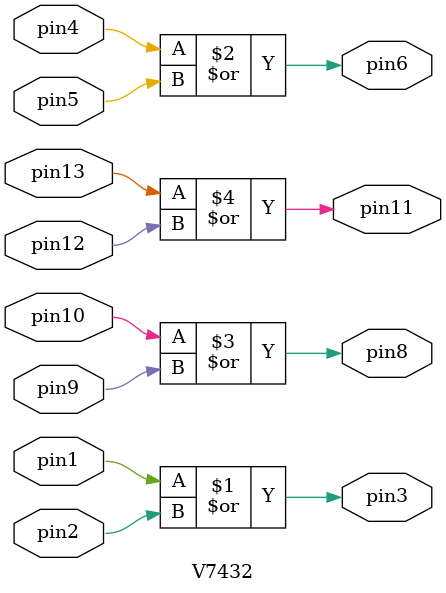
<source format=v>

module mux2to1(LEDR, SW); // mux2to1 (Multiplexer)
    input [9:0] SW;
    output [9:0] LEDR; 
	 
	 wire w1, w2, w3;
	 
	 V7432 u1(
        .pin1(SW[0]),
        .pin2(w1),
        .pin3(w2)
		);
		  
	 V7432 u2(	
        .pin4(SW[1]),
		.pin5(SW[9]),
		.pin6(w3)
        );
		  
	 V7408 u3(
        .pin1(SW[9]),
		.pin2(w1)
        );
		  
	 V7404 u4(
        .pin1(w2),
        .pin2(w3),
        .pin3(LEDR[0]) 
        );

endmodule

module V7408 (input pin1, pin2, pin4, pin5, pin9, pin10, pin12, pin13,
				  output pin3, pin6, pin8, pin11); // v7408 (AND Gate) 
	assign pin3 = pin1 & pin2;
	assign pin6 = pin4 & pin5;
	assign pin8 = pin10 & pin9;
	assign pin11 = pin13 & pin12;
	
endmodule

module V7404 (input pin1, pin3, pin5, pin9, pin11, pin13,
				  output pin2, pin4, pin6, pin8, pin10, pin12); // v7404 (NOT Gate) 
	assign pin2 = ~pin1;
	assign pin4 = ~pin3;
	assign pin6 = ~pin5;
	assign pin8 = ~pin9;
	assign pin10 = ~pin11;
	assign pin12 = ~pin13;
	
endmodule

module V7432 (input pin1, pin2, pin4, pin5, pin9, pin10, pin12, pin13,
				  output pin3, pin6, pin8, pin11); //  v7432 (OR Gate) 
	assign pin3 = pin1 | pin2;
	assign pin6 = pin4 | pin5;
	assign pin8 = pin10 | pin9; 
	assign pin11 = pin13 | pin12;
	
endmodule


</source>
